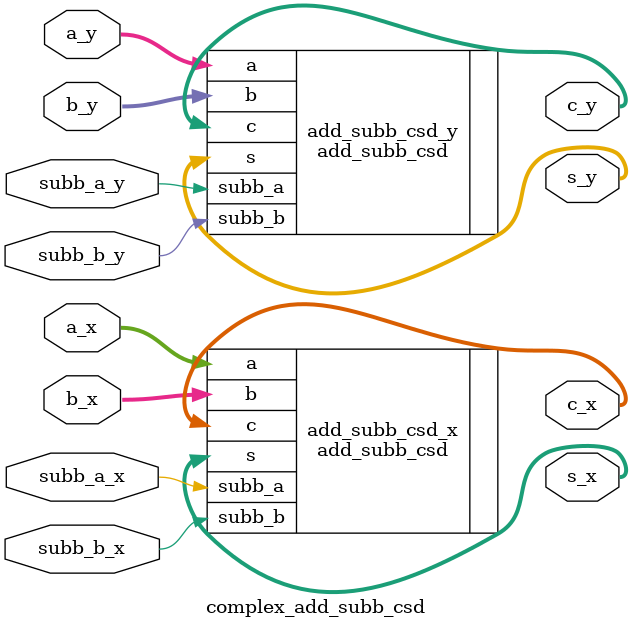
<source format=v>

module complex_add_subb_csd #(
    // ----------------------------------
    // Parameters
    // ----------------------------------
    parameter W      = 64
  ) (
    // ----------------------------------
    // Data inputs
    // ----------------------------------
    input   wire              subb_a_x,
    input   wire              subb_a_y,
    input   wire              subb_b_x,
    input   wire              subb_b_y,
    input   wire  [2*W-1:0]   a_x,
    input   wire  [2*W-1:0]   a_y,
    input   wire  [2*W-1:0]   b_x,
    input   wire  [2*W-1:0]   b_y,
    // ----------------------------------
    // Data outputs
    // ----------------------------------
    output  wire  [1:0]       c_x,
    output  wire  [1:0]       c_y,
    output  wire  [2*W-1:0]   s_x,
    output  wire  [2*W-1:0]   s_y
  );
// *****************************************************************************

// *****************************************************************************
// Architecture
// *****************************************************************************
// This architecture uses two add_subb_csd blocks to implement the complex adder.
// *****************************************************************************

   // -----------------------------------------------------
   // Internal signals
   // -----------------------------------------------------
   // -----------------------------------------------------

   // -----------------------------------------------------
   // Combinational logic
   // -----------------------------------------------------

   // -----------------------------------------------------
   // X Adder/subb
   // -----------------------------------------------------
   add_subb_csd #(
    // ----------------------------------
    // Parameters
    // ----------------------------------
      .W                   (W)
   ) add_subb_csd_x (
    // ----------------------------------
    // Data inputs
    // ----------------------------------
      .subb_a              (subb_a_x),
      .subb_b              (subb_b_x),
      .a                   (a_x),
      .b                   (b_x),
    // ----------------------------------
    // Data outputs
    // ----------------------------------
      .c                   (c_x),
      .s                   (s_x)
   );
   // -----------------------------------------------------

   // -----------------------------------------------------
   // Y Adder/subb
   // -----------------------------------------------------
   add_subb_csd #(
    // ----------------------------------
    // Parameters
    // ----------------------------------
      .W                   (W)
   ) add_subb_csd_y (
    // ----------------------------------
    // Data inputs
    // ----------------------------------
      .subb_a              (subb_a_y),
      .subb_b              (subb_b_y),
      .a                   (a_y),
      .b                   (b_y),
    // ----------------------------------
    // Data outputs
    // ----------------------------------
      .c                   (c_y),
      .s                   (s_y)
   );
   // -----------------------------------------------------

   // -----------------------------------------------------

// *****************************************************************************

// *****************************************************************************
// Assertions and debugging
// *****************************************************************************
`ifdef RTL_DEBUG

   //XXXXX TO FILL IN HERE XXXXX

`endif
// *****************************************************************************

endmodule


</source>
